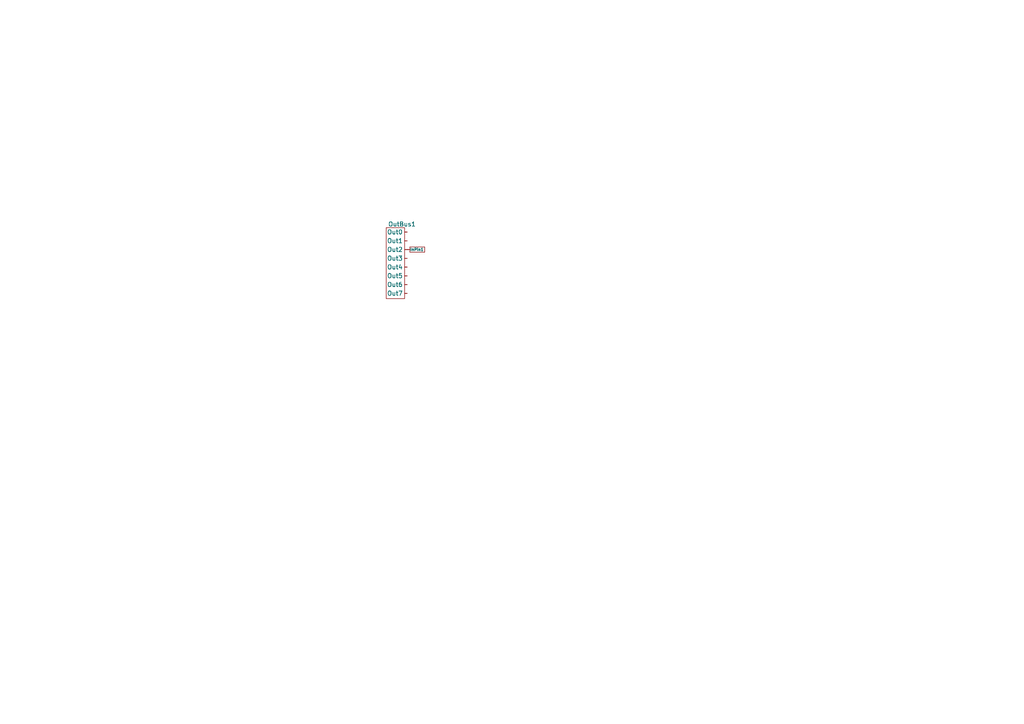
<source format=kicad_sch>
(kicad_sch (version 20230121) (generator eeschema)
  (paper "A4")
  (lib_symbols
    (symbol "Tests:InPin" (pin_numbers hide) (pin_names hide)
      (property "Reference" "InPin" (at 2.794 0 0))
      (symbol "InPin_0_1"
        (rectangle (start 0.762 0.762) (end 5.08 -0.762))
      )
      (symbol "InPin_1_1"
        (pin input line (at 0 0 0) (length 0.75) (name "In") (number "1"))
      )
    )
    (symbol "Tests:OutBus" (pin_numbers hide)
      (property "Reference" "OutBus" (at -1.524 11.176 0))
      (symbol "OutBus_0_1"
        (rectangle (start -6.096 10.16) (end -0.75 -10.414))
      )
      (symbol "OutBus_1_1"
        (pin output line (at 0 8.89 180) (length 0.75) (name "Out0") (number "0"))
        (pin output line (at 0 6.35 180) (length 0.75) (name "Out1") (number "1"))
        (pin output line (at 0 3.81 180) (length 0.75) (name "Out2") (number "2"))
        (pin output line (at 0 1.27 180) (length 0.75) (name "Out3") (number "3"))
        (pin output line (at 0 -1.27 180) (length 0.75) (name "Out4") (number "4"))
        (pin output line (at 0 -3.81 180) (length 0.75) (name "Out5") (number "5"))
        (pin output line (at 0 -6.35 180) (length 0.75) (name "Out6") (number "6"))
        (pin output line (at 0 -8.89 180) (length 0.75) (name "Out7") (number "7"))
      )
    )
  )
  (symbol (lib_id "Tests:OutBus") (at 118.11 76.2 0) (unit 1)
    (property "Reference" "OutBus1" (at 116.586 65.024 0))
    (property "Value" "OutBus" (effects hide))
  )
  (symbol (lib_id "Tests:InPin") (at 118.11 72.39 0) (unit 1)
    (property "Reference" "InPin1" (at 120.904 72.39 0) (effects (font (size 0.8 0.8))))
    (property "Value" "InPin" (effects hide))
  )
)
</source>
